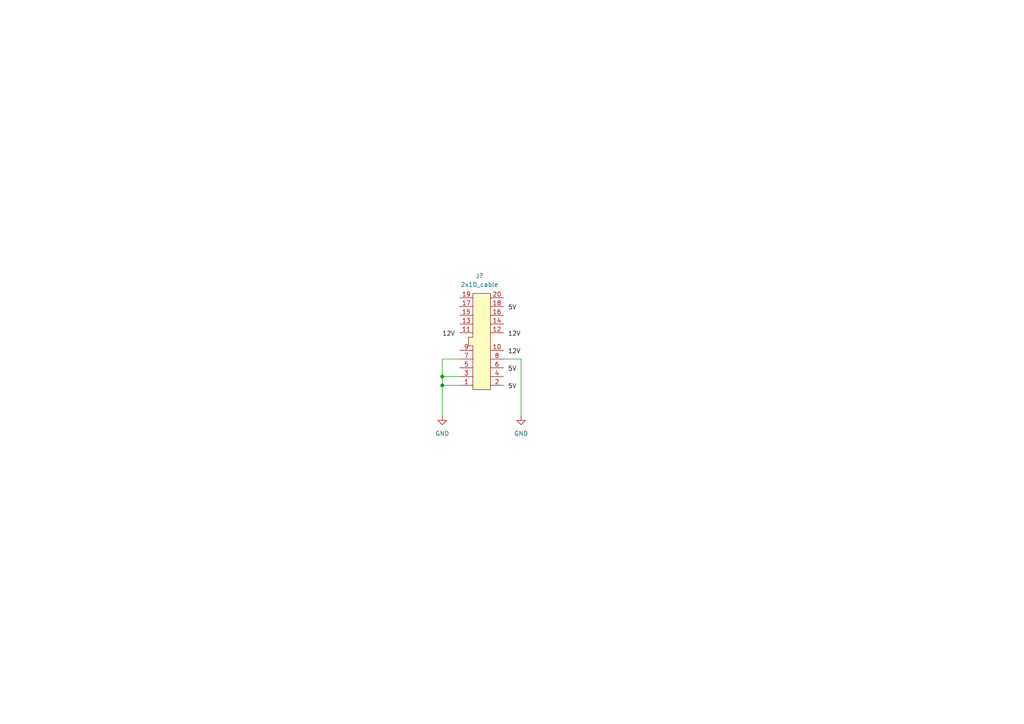
<source format=kicad_sch>
(kicad_sch (version 20211123) (generator eeschema)
  (paper "A4")
  (lib_symbols
    (symbol "Treadmill:2x10_cable" (pin_names (offset 1.016) hide)
      (property "Reference" "J" (at 0 16.51 0))
      (property "Value" "2x10_cable" (at 0 -16.51 0))
      (symbol "2x10_cable_0_1"
        (polyline (pts (xy -3.81 1.27) (xy -3.81 -1.27) (xy -2.54 -1.27) (xy -2.54 -13.97) (xy 2.54 -13.97) (xy 2.54 13.97) (xy -2.54 13.97) (xy -2.54 1.27) (xy -3.81 1.27)) (fill (type background)))
      )
      (symbol "2x10_cable_1_1"
        (pin passive line (at -6.35 -12.7 0) (length 3.81) (name "Pin_1") (number "1"))
        (pin passive line (at 6.35 -2.54 180) (length 3.81) (name "Pin_10") (number "10"))
        (pin passive line (at -6.35 2.54 0) (length 3.81) (name "Pin_11") (number "11"))
        (pin passive line (at 6.35 2.54 180) (length 3.81) (name "Pin_12") (number "12"))
        (pin passive line (at -6.35 5.08 0) (length 3.81) (name "Pin_13") (number "13"))
        (pin passive line (at 6.35 5.08 180) (length 3.81) (name "Pin_14") (number "14"))
        (pin passive line (at -6.35 7.62 0) (length 3.81) (name "Pin_15") (number "15"))
        (pin passive line (at 6.35 7.62 180) (length 3.81) (name "Pin_16") (number "16"))
        (pin passive line (at -6.35 10.16 0) (length 3.81) (name "Pin_17") (number "17"))
        (pin passive line (at 6.35 10.16 180) (length 3.81) (name "Pin_18") (number "18"))
        (pin passive line (at -6.35 12.7 0) (length 3.81) (name "Pin_19") (number "19"))
        (pin passive line (at 6.35 -12.7 180) (length 3.81) (name "Pin_2") (number "2"))
        (pin passive line (at 6.35 12.7 180) (length 3.81) (name "Pin_20") (number "20"))
        (pin passive line (at -6.35 -10.16 0) (length 3.81) (name "Pin_3") (number "3"))
        (pin passive line (at 6.35 -10.16 180) (length 3.81) (name "Pin_4") (number "4"))
        (pin passive line (at -6.35 -7.62 0) (length 3.81) (name "Pin_5") (number "5"))
        (pin passive line (at 6.35 -7.62 180) (length 3.81) (name "Pin_6") (number "6"))
        (pin passive line (at -6.35 -5.08 0) (length 3.81) (name "Pin_7") (number "7"))
        (pin passive line (at 6.35 -5.08 180) (length 3.81) (name "Pin_8") (number "8"))
        (pin passive line (at -6.35 -2.54 0) (length 3.81) (name "Pin_9") (number "9"))
      )
    )
    (symbol "power:GND" (power) (pin_names (offset 0))
      (property "Value" "GND" (at 0 -3.81 0))
      (symbol "GND_0_1"
        (polyline (pts (xy 0 0) (xy 0 -1.27) (xy 1.27 -1.27) (xy 0 -2.54) (xy -1.27 -1.27) (xy 0 -1.27)))
      )
      (symbol "GND_1_1"
        (pin power_in line (at 0 0 270) (length 0) hide (name "GND") (number "1"))
      )
    )
  )
  (junction (at 128.27 109.22))
  (junction (at 128.27 111.76))
  (wire (pts (xy 133.35 111.76) (xy 128.27 111.76)))
  (wire (pts (xy 146.05 104.14) (xy 151.13 104.14)))
  (wire (pts (xy 128.27 109.22) (xy 128.27 111.76)))
  (wire (pts (xy 133.35 104.14) (xy 128.27 104.14)))
  (wire (pts (xy 128.27 111.76) (xy 128.27 120.65)))
  (wire (pts (xy 128.27 104.14) (xy 128.27 109.22)))
  (wire (pts (xy 151.13 104.14) (xy 151.13 120.65)))
  (wire (pts (xy 133.35 109.22) (xy 128.27 109.22)))
  (label "12V" (at 128.27 97.79 0))
  (label "12V" (at 147.32 102.87 0))
  (label "5V" (at 147.32 90.17 0))
  (label "5V" (at 147.32 113.03 0))
  (label "5V" (at 147.32 107.95 0))
  (label "12V" (at 147.32 97.79 0))
  (symbol (lib_id "power:GND") (at 128.27 120.65 0) (unit 1)
    (property "Reference" "#PWR?" (effects hide))
    (property "Value" "GND" (at 128.27 125.73 0))
  )
  (symbol (lib_id "Treadmill:2x10_cable") (at 139.7 99.06 0) (unit 1)
    (property "Reference" "J?" (at 139.065 80.01 0))
    (property "Value" "2x10_cable" (at 139.065 82.55 0))
  )
  (symbol (lib_id "power:GND") (at 151.13 120.65 0) (unit 1)
    (property "Reference" "#PWR?" (effects hide))
    (property "Value" "GND" (at 151.13 125.73 0))
  )
)
</source>
